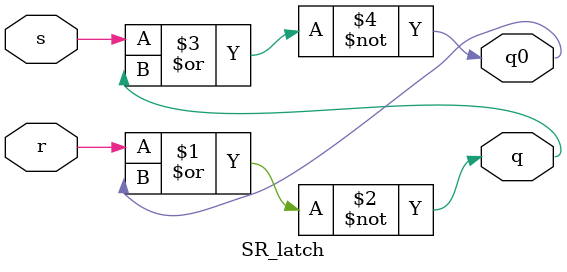
<source format=v>
module SR_latch( 
	input wire s, r,
	output wire q, q0);

assign q = ~(r|q0);
assign q0 = ~(s|q);
endmodule

</source>
